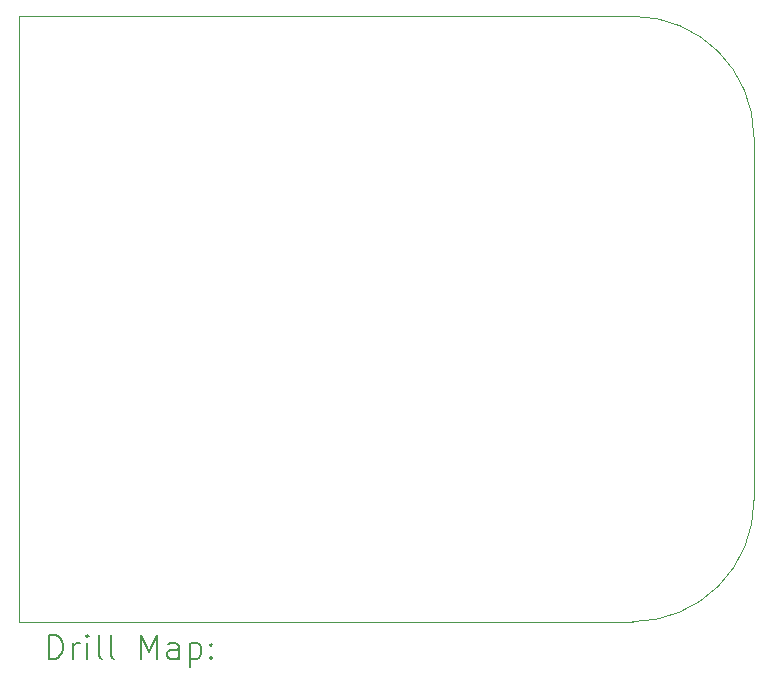
<source format=gbr>
%TF.GenerationSoftware,KiCad,Pcbnew,8.0.7*%
%TF.CreationDate,2024-12-28T15:10:21+03:00*%
%TF.ProjectId,SingleSwitch,53696e67-6c65-4537-9769-7463682e6b69,rev?*%
%TF.SameCoordinates,Original*%
%TF.FileFunction,Drillmap*%
%TF.FilePolarity,Positive*%
%FSLAX45Y45*%
G04 Gerber Fmt 4.5, Leading zero omitted, Abs format (unit mm)*
G04 Created by KiCad (PCBNEW 8.0.7) date 2024-12-28 15:10:21*
%MOMM*%
%LPD*%
G01*
G04 APERTURE LIST*
%ADD10C,0.050000*%
%ADD11C,0.200000*%
G04 APERTURE END LIST*
D10*
X18800000Y-10125000D02*
X18800000Y-7050000D01*
X12575000Y-11150000D02*
X12575000Y-6025000D01*
X17775000Y-11150000D02*
X12575000Y-11150000D01*
X18800000Y-10125000D02*
G75*
G02*
X17775000Y-11150000I-1025000J0D01*
G01*
X17775000Y-6025000D02*
X12575000Y-6025000D01*
X17775000Y-6025000D02*
G75*
G02*
X18800000Y-7050000I0J-1025000D01*
G01*
D11*
X12833277Y-11463984D02*
X12833277Y-11263984D01*
X12833277Y-11263984D02*
X12880896Y-11263984D01*
X12880896Y-11263984D02*
X12909467Y-11273508D01*
X12909467Y-11273508D02*
X12928515Y-11292555D01*
X12928515Y-11292555D02*
X12938039Y-11311603D01*
X12938039Y-11311603D02*
X12947562Y-11349698D01*
X12947562Y-11349698D02*
X12947562Y-11378269D01*
X12947562Y-11378269D02*
X12938039Y-11416365D01*
X12938039Y-11416365D02*
X12928515Y-11435412D01*
X12928515Y-11435412D02*
X12909467Y-11454460D01*
X12909467Y-11454460D02*
X12880896Y-11463984D01*
X12880896Y-11463984D02*
X12833277Y-11463984D01*
X13033277Y-11463984D02*
X13033277Y-11330650D01*
X13033277Y-11368746D02*
X13042801Y-11349698D01*
X13042801Y-11349698D02*
X13052324Y-11340174D01*
X13052324Y-11340174D02*
X13071372Y-11330650D01*
X13071372Y-11330650D02*
X13090420Y-11330650D01*
X13157086Y-11463984D02*
X13157086Y-11330650D01*
X13157086Y-11263984D02*
X13147562Y-11273508D01*
X13147562Y-11273508D02*
X13157086Y-11283031D01*
X13157086Y-11283031D02*
X13166610Y-11273508D01*
X13166610Y-11273508D02*
X13157086Y-11263984D01*
X13157086Y-11263984D02*
X13157086Y-11283031D01*
X13280896Y-11463984D02*
X13261848Y-11454460D01*
X13261848Y-11454460D02*
X13252324Y-11435412D01*
X13252324Y-11435412D02*
X13252324Y-11263984D01*
X13385658Y-11463984D02*
X13366610Y-11454460D01*
X13366610Y-11454460D02*
X13357086Y-11435412D01*
X13357086Y-11435412D02*
X13357086Y-11263984D01*
X13614229Y-11463984D02*
X13614229Y-11263984D01*
X13614229Y-11263984D02*
X13680896Y-11406841D01*
X13680896Y-11406841D02*
X13747562Y-11263984D01*
X13747562Y-11263984D02*
X13747562Y-11463984D01*
X13928515Y-11463984D02*
X13928515Y-11359222D01*
X13928515Y-11359222D02*
X13918991Y-11340174D01*
X13918991Y-11340174D02*
X13899943Y-11330650D01*
X13899943Y-11330650D02*
X13861848Y-11330650D01*
X13861848Y-11330650D02*
X13842801Y-11340174D01*
X13928515Y-11454460D02*
X13909467Y-11463984D01*
X13909467Y-11463984D02*
X13861848Y-11463984D01*
X13861848Y-11463984D02*
X13842801Y-11454460D01*
X13842801Y-11454460D02*
X13833277Y-11435412D01*
X13833277Y-11435412D02*
X13833277Y-11416365D01*
X13833277Y-11416365D02*
X13842801Y-11397317D01*
X13842801Y-11397317D02*
X13861848Y-11387793D01*
X13861848Y-11387793D02*
X13909467Y-11387793D01*
X13909467Y-11387793D02*
X13928515Y-11378269D01*
X14023753Y-11330650D02*
X14023753Y-11530650D01*
X14023753Y-11340174D02*
X14042801Y-11330650D01*
X14042801Y-11330650D02*
X14080896Y-11330650D01*
X14080896Y-11330650D02*
X14099943Y-11340174D01*
X14099943Y-11340174D02*
X14109467Y-11349698D01*
X14109467Y-11349698D02*
X14118991Y-11368746D01*
X14118991Y-11368746D02*
X14118991Y-11425888D01*
X14118991Y-11425888D02*
X14109467Y-11444936D01*
X14109467Y-11444936D02*
X14099943Y-11454460D01*
X14099943Y-11454460D02*
X14080896Y-11463984D01*
X14080896Y-11463984D02*
X14042801Y-11463984D01*
X14042801Y-11463984D02*
X14023753Y-11454460D01*
X14204705Y-11444936D02*
X14214229Y-11454460D01*
X14214229Y-11454460D02*
X14204705Y-11463984D01*
X14204705Y-11463984D02*
X14195182Y-11454460D01*
X14195182Y-11454460D02*
X14204705Y-11444936D01*
X14204705Y-11444936D02*
X14204705Y-11463984D01*
X14204705Y-11340174D02*
X14214229Y-11349698D01*
X14214229Y-11349698D02*
X14204705Y-11359222D01*
X14204705Y-11359222D02*
X14195182Y-11349698D01*
X14195182Y-11349698D02*
X14204705Y-11340174D01*
X14204705Y-11340174D02*
X14204705Y-11359222D01*
M02*

</source>
